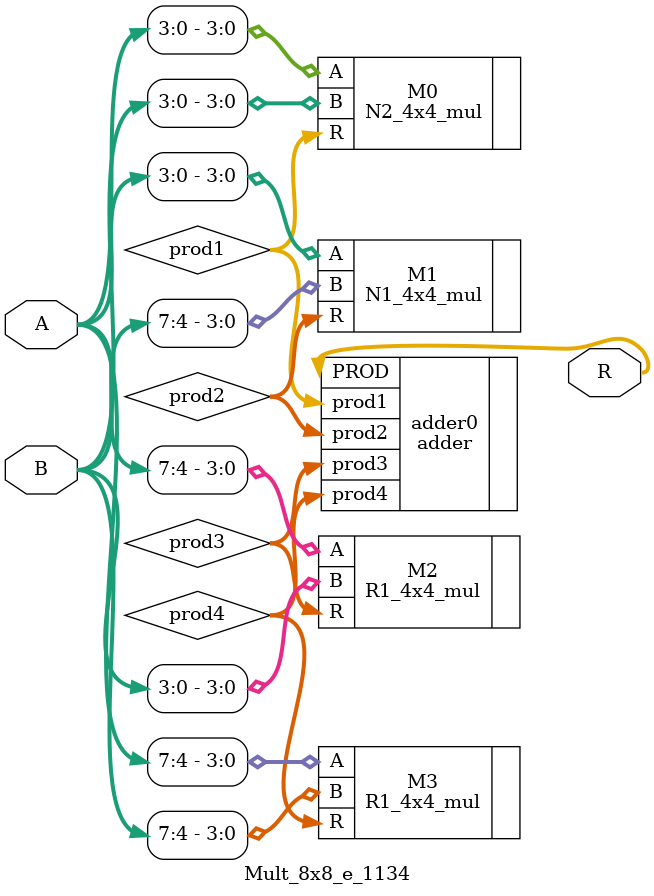
<source format=v>
module Mult_8x8_e_1134(
input [7:0] A,
input [7:0] B,
output [15:0]R
);
wire [7:0]prod1;
wire [7:0]prod2;
wire [7:0]prod3;
wire [7:0]prod4;

N2_4x4_mul M0(.A(A[3:0]),.B(B[3:0]),.R(prod1));
N1_4x4_mul M1(.A(A[3:0]),.B(B[7:4]),.R(prod2));
R1_4x4_mul M2(.A(A[7:4]),.B(B[3:0]),.R(prod3));
R1_4x4_mul M3(.A(A[7:4]),.B(B[7:4]),.R(prod4));
adder adder0(.prod1(prod1),.prod2(prod2),.prod3(prod3),.prod4(prod4),.PROD(R));
endmodule

</source>
